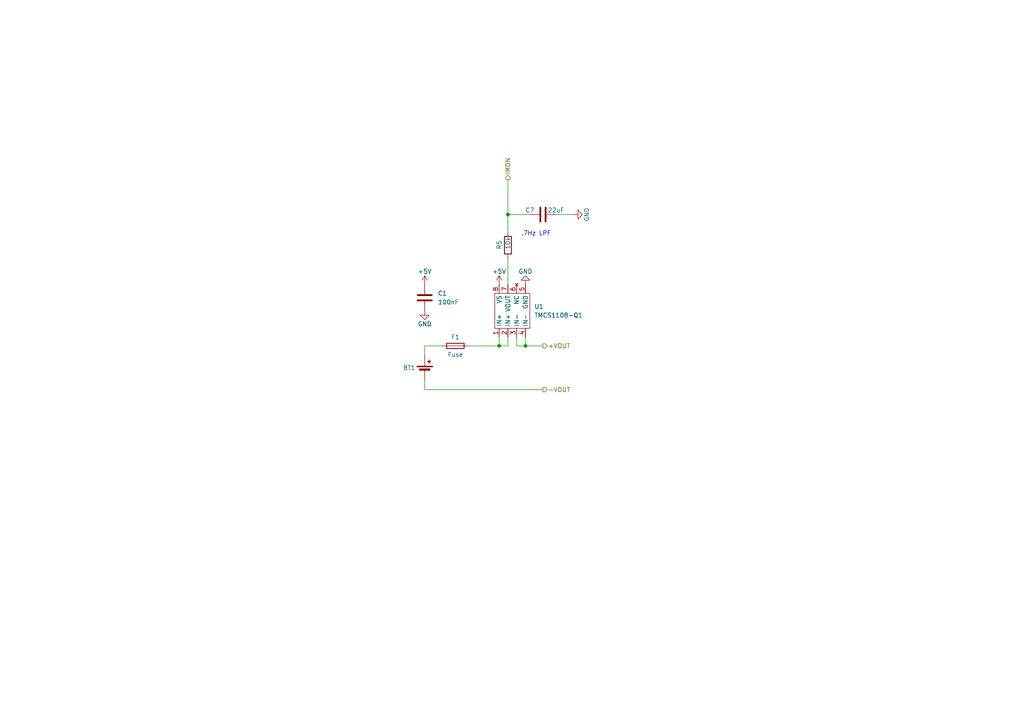
<source format=kicad_sch>
(kicad_sch (version 20231120) (generator "eeschema") (generator_version "8.0")
  (paper "A4")
  (title_block (title "XT60 Single Channel") (date "2023-11-26") (rev "A"))
  (lib_symbols
    (symbol "Device:Battery_Cell" (pin_numbers hide) (pin_names (offset 0) hide)
      (property "Reference" "BT" (at 2.54 2.54 0))
      (property "Value" "Battery_Cell" (at 2.54 0 0))
      (symbol "Battery_Cell_0_1"
        (rectangle (start -2.286 1.778) (end 2.286 1.524) (fill (type outline)))
        (rectangle (start -1.524 1.016) (end 1.524 0.508) (fill (type outline)))
        (polyline (pts (xy 0 0.762) (xy 0 0)))
        (polyline (pts (xy 0 1.778) (xy 0 2.54)))
        (polyline (pts (xy 0.762 3.048) (xy 1.778 3.048)) (stroke (width 0.254)))
        (polyline (pts (xy 1.27 3.556) (xy 1.27 2.54)) (stroke (width 0.254)))
      )
      (symbol "Battery_Cell_1_1"
        (pin passive line (at 0 5.08 270) (length 2.54) (name "+") (number "1"))
        (pin passive line (at 0 -2.54 90) (length 2.54) (name "-") (number "2"))
      )
    )
    (symbol "Device:C" (pin_numbers hide) (pin_names (offset 0.254))
      (property "Reference" "C" (at 0.635 2.54 0))
      (property "Value" "C" (at 0.635 -2.54 0))
      (symbol "C_0_1"
        (polyline (pts (xy -2.032 -0.762) (xy 2.032 -0.762)) (stroke (width 0.508)))
        (polyline (pts (xy -2.032 0.762) (xy 2.032 0.762)) (stroke (width 0.508)))
      )
      (symbol "C_1_1"
        (pin passive line (at 0 3.81 270) (length 2.794) (name "~") (number "1"))
        (pin passive line (at 0 -3.81 90) (length 2.794) (name "~") (number "2"))
      )
    )
    (symbol "Device:Fuse" (pin_numbers hide) (pin_names (offset 0))
      (property "Reference" "F" (at 2.032 0 90))
      (property "Value" "Fuse" (at -1.905 0 90))
      (symbol "Fuse_0_1"
        (rectangle (start -0.762 -2.54) (end 0.762 2.54) (stroke (width 0.254)))
        (polyline (pts (xy 0 2.54) (xy 0 -2.54)))
      )
      (symbol "Fuse_1_1"
        (pin passive line (at 0 3.81 270) (length 1.27) (name "~") (number "1"))
        (pin passive line (at 0 -3.81 90) (length 1.27) (name "~") (number "2"))
      )
    )
    (symbol "Device:R" (pin_numbers hide) (pin_names (offset 0))
      (property "Reference" "R" (at 2.032 0 90))
      (property "Value" "R" (at 0 0 90))
      (symbol "R_0_1"
        (rectangle (start -1.016 -2.54) (end 1.016 2.54) (stroke (width 0.254)))
      )
      (symbol "R_1_1"
        (pin passive line (at 0 3.81 270) (length 1.27) (name "~") (number "1"))
        (pin passive line (at 0 -3.81 90) (length 1.27) (name "~") (number "2"))
      )
    )
    (symbol "lib:TMCS1108-Q1"
      (property "Reference" "U" (at -3.81 6.35 0))
      (property "Value" "TMCS1108-Q1" (at 0 -6.35 0))
      (symbol "TMCS1108-Q1_0_1"
        (rectangle (start -5.08 5.08) (end 5.08 -5.08))
      )
      (symbol "TMCS1108-Q1_1_1"
        (pin passive line (at -7.62 3.81 0) (length 2.54) (name "IN+") (number "1"))
        (pin passive line (at -7.62 1.27 0) (length 2.54) (name "IN+") (number "2"))
        (pin passive line (at -7.62 -1.27 0) (length 2.54) (name "IN-") (number "3"))
        (pin passive line (at -7.62 -3.81 0) (length 2.54) (name "IN-") (number "4"))
        (pin power_in line (at 7.62 -3.81 180) (length 2.54) (name "GND") (number "5"))
        (pin no_connect line (at 7.62 -1.27 180) (length 2.54) (name "NC") (number "6"))
        (pin output line (at 7.62 1.27 180) (length 2.54) (name "VOUT") (number "7"))
        (pin power_in line (at 7.62 3.81 180) (length 2.54) (name "VS") (number "8"))
      )
    )
    (symbol "power:+5V" (power) (pin_names (offset 0))
      (property "Value" "+5V" (at 0 3.556 0))
      (symbol "+5V_0_1"
        (polyline (pts (xy -0.762 1.27) (xy 0 2.54)))
        (polyline (pts (xy 0 0) (xy 0 2.54)))
        (polyline (pts (xy 0 2.54) (xy 0.762 1.27)))
      )
      (symbol "+5V_1_1"
        (pin power_in line (at 0 0 90) (length 0) hide (name "+5V") (number "1"))
      )
    )
    (symbol "power:GND" (power) (pin_names (offset 0))
      (property "Value" "GND" (at 0 -3.81 0))
      (symbol "GND_0_1"
        (polyline (pts (xy 0 0) (xy 0 -1.27) (xy 1.27 -1.27) (xy 0 -2.54) (xy -1.27 -1.27) (xy 0 -1.27)))
      )
      (symbol "GND_1_1"
        (pin power_in line (at 0 0 270) (length 0) hide (name "GND") (number "1"))
      )
    )
  )
  (junction (at 147.32 62.23))
  (junction (at 144.78 100.33))
  (junction (at 152.4 100.33))
  (wire (pts (xy 152.4 100.33) (xy 157.48 100.33)))
  (wire (pts (xy 147.32 62.23) (xy 147.32 67.31)))
  (wire (pts (xy 152.4 97.79) (xy 152.4 100.33)))
  (wire (pts (xy 147.32 52.07) (xy 147.32 62.23)))
  (wire (pts (xy 144.78 100.33) (xy 144.78 97.79)))
  (wire (pts (xy 149.86 100.33) (xy 152.4 100.33)))
  (wire (pts (xy 123.19 100.33) (xy 123.19 102.87)))
  (wire (pts (xy 123.19 113.03) (xy 157.48 113.03)))
  (wire (pts (xy 147.32 74.93) (xy 147.32 82.55)))
  (wire (pts (xy 147.32 62.23) (xy 153.67 62.23)))
  (wire (pts (xy 144.78 100.33) (xy 147.32 100.33)))
  (wire (pts (xy 149.86 97.79) (xy 149.86 100.33)))
  (wire (pts (xy 123.19 110.49) (xy 123.19 113.03)))
  (wire (pts (xy 147.32 100.33) (xy 147.32 97.79)))
  (wire (pts (xy 128.27 100.33) (xy 123.19 100.33)))
  (wire (pts (xy 135.89 100.33) (xy 144.78 100.33)))
  (wire (pts (xy 161.29 62.23) (xy 166.37 62.23)))
  (text ".7Hz LPF" (at 151.13 68.58 0) (effects (font (size 1.27 1.27)) (justify left bottom)))
  (hierarchical_label "IMON" (shape output) (at 147.32 52.07 90))
  (hierarchical_label "-VOUT" (shape output) (at 157.48 113.03 0))
  (hierarchical_label "+VOUT" (shape output) (at 157.48 100.33 0))
  (symbol (lib_id "power:+5V") (at 144.78 82.55 0) (unit 1)
    (property "Reference" "#PWR017" (effects (hide yes)))
    (property "Value" "+5V" (at 144.78 78.74 0))
    (instances (project "xt60_parallelizer" (path "" (reference "#PWR017") (unit 1)) (path "" (reference "#PWR030") (unit 1)) (path "" (reference "#PWR031") (unit 1)) (path "" (reference "#PWR032") (unit 1))))
  )
  (symbol (lib_id "Device:Fuse") (at 132.08 100.33 90) (unit 1)
    (property "Reference" "F1" (at 132.08 97.79 90))
    (property "Value" "Fuse" (at 132.08 102.87 90))
    (property "Footprint" "Fuse:Fuseholder_Clip-5x20mm_Keystone_3517_Inline_P23.11x6.76mm_D1.70mm_Horizontal" (effects (hide yes)))
    (property "Field4" "https://www.digikey.com/en/products/detail/keystone-electronics/3517/316010" (effects (hide yes)))
    (instances (project "xt60_parallelizer" (path "" (reference "F1") (unit 1)) (path "" (reference "F2") (unit 1)) (path "" (reference "F3") (unit 1)) (path "" (reference "F4") (unit 1))))
  )
  (symbol (lib_id "power:GND") (at 166.37 62.23 90) (unit 1)
    (property "Reference" "#PWR033" (effects (hide yes)))
    (property "Value" "GND" (at 170.18 62.23 0))
    (instances (project "xt60_parallelizer" (path "" (reference "#PWR033") (unit 1)) (path "" (reference "#PWR034") (unit 1)) (path "" (reference "#PWR035") (unit 1)) (path "" (reference "#PWR036") (unit 1))))
  )
  (symbol (lib_id "power:GND") (at 152.4 82.55 180) (unit 1)
    (property "Reference" "#PWR02" (effects (hide yes)))
    (property "Value" "GND" (at 152.4 78.74 0))
    (instances (project "xt60_parallelizer" (path "" (reference "#PWR02") (unit 1)) (path "" (reference "#PWR08") (unit 1)) (path "" (reference "#PWR012") (unit 1)) (path "" (reference "#PWR016") (unit 1))))
  )
  (symbol (lib_id "power:GND") (at 123.19 90.17 0) (unit 1)
    (property "Reference" "#PWR04" (effects (hide yes)))
    (property "Value" "GND" (at 123.19 93.98 0))
    (instances (project "xt60_parallelizer" (path "" (reference "#PWR04") (unit 1)) (path "" (reference "#PWR06") (unit 1)) (path "" (reference "#PWR010") (unit 1)) (path "" (reference "#PWR014") (unit 1))))
  )
  (symbol (lib_id "Device:C") (at 157.48 62.23 90) (unit 1)
    (property "Reference" "C7" (at 153.67 60.96 90))
    (property "Value" "22uF" (at 161.29 60.96 90))
    (property "Footprint" "Capacitor_SMD:C_0805_2012Metric" (effects (hide yes)))
    (property "Field4" "https://www.digikey.ch/en/products/detail/samsung-electro-mechanics/CL21A226MOCLRNC/5961264" (effects (hide yes)))
    (instances (project "xt60_parallelizer" (path "" (reference "C7") (unit 1)) (path "" (reference "C8") (unit 1)) (path "" (reference "C9") (unit 1)) (path "" (reference "C10") (unit 1))))
  )
  (symbol (lib_id "Device:R") (at 147.32 71.12 0) (unit 1)
    (property "Reference" "R5" (at 144.78 72.39 90) (effects (justify left)))
    (property "Value" "10k" (at 147.32 72.39 90) (effects (justify left)))
    (property "Footprint" "Resistor_SMD:R_0805_2012Metric" (effects (hide yes)))
    (property "Field4" "https://www.digikey.ch/en/products/detail/yageo/RC0805FR-0710KL/727535" (effects (hide yes)))
    (instances (project "xt60_parallelizer" (path "" (reference "R5") (unit 1)) (path "" (reference "R6") (unit 1)) (path "" (reference "R7") (unit 1)) (path "" (reference "R8") (unit 1))))
  )
  (symbol (lib_id "lib:TMCS1108-Q1") (at 148.59 90.17 90) (unit 1)
    (property "Reference" "U1" (at 154.94 88.9 90) (effects (justify right)))
    (property "Value" "TMCS1108-Q1" (at 154.94 91.44 90) (effects (justify right)))
    (property "Footprint" "Package_SO:SOIC-8_3.9x4.9mm_P1.27mm" (effects (hide yes)))
    (property "Field4" "https://www.digikey.com/en/products/detail/texas-instruments/TMCS1108A3BQDRQ1/15295779" (effects (hide yes)))
    (instances (project "xt60_parallelizer" (path "" (reference "U1") (unit 1)) (path "" (reference "U2") (unit 1)) (path "" (reference "U3") (unit 1)) (path "" (reference "U4") (unit 1))))
  )
  (symbol (lib_id "Device:C") (at 123.19 86.36 0) (unit 1)
    (property "Reference" "C1" (at 127 85.09 0) (effects (justify left)))
    (property "Value" "100nF" (at 127 87.63 0) (effects (justify left)))
    (property "Footprint" "Capacitor_SMD:C_0805_2012Metric" (effects (hide yes)))
    (property "Field4" "https://www.digikey.ch/en/products/detail/samsung-electro-mechanics/CL21B104KBCNNNC/3886661" (effects (hide yes)))
    (instances (project "xt60_parallelizer" (path "" (reference "C1") (unit 1)) (path "" (reference "C2") (unit 1)) (path "" (reference "C3") (unit 1)) (path "" (reference "C4") (unit 1))))
  )
  (symbol (lib_id "power:+5V") (at 123.19 82.55 0) (unit 1)
    (property "Reference" "#PWR01" (effects (hide yes)))
    (property "Value" "+5V" (at 123.19 78.74 0))
    (instances (project "xt60_parallelizer" (path "" (reference "#PWR01") (unit 1)) (path "" (reference "#PWR03") (unit 1)) (path "" (reference "#PWR05") (unit 1)) (path "" (reference "#PWR07") (unit 1))))
  )
  (symbol (lib_id "Device:Battery_Cell") (at 123.19 107.95 0) (unit 1)
    (property "Reference" "BT1" (at 116.84 106.68 0) (effects (justify left)))
    (property "Value" "Battery_Cell" (effects (hide yes)))
    (property "Footprint" "lib:XT60" (effects (hide yes)))
    (property "Field4" "https://www.aliexpress.com/item/1005005561685175.html" (effects (hide yes)))
    (instances (project "xt60_parallelizer" (path "" (reference "BT1") (unit 1)) (path "" (reference "BT2") (unit 1)) (path "" (reference "BT3") (unit 1)) (path "" (reference "BT4") (unit 1))))
  )
)
</source>
